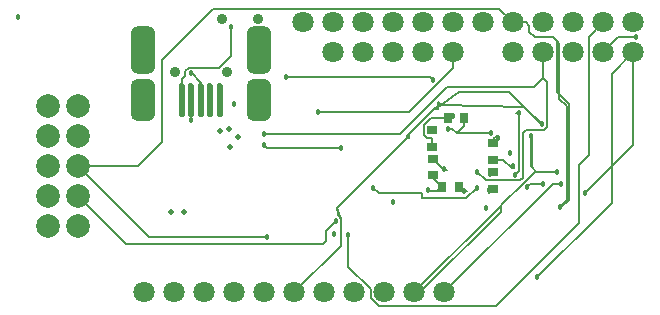
<source format=gbl>
%FSTAX23Y23*%
%MOIN*%
%SFA1B1*%

%IPPOS*%
%AMD38*
4,1,8,-0.009800,0.050200,-0.009800,-0.050200,-0.004900,-0.055100,0.004900,-0.055100,0.009800,-0.050200,0.009800,0.050200,0.004900,0.055100,-0.004900,0.055100,-0.009800,0.050200,0.0*
1,1,0.009840,-0.004900,0.050200*
1,1,0.009840,-0.004900,-0.050200*
1,1,0.009840,0.004900,-0.050200*
1,1,0.009840,0.004900,0.050200*
%
%AMD39*
4,1,8,-0.040400,0.048700,-0.040400,-0.048700,-0.020200,-0.068900,0.020200,-0.068900,0.040400,-0.048700,0.040400,0.048700,0.020200,0.068900,-0.020200,0.068900,-0.040400,0.048700,0.0*
1,1,0.040360,-0.020200,0.048700*
1,1,0.040360,-0.020200,-0.048700*
1,1,0.040360,0.020200,-0.048700*
1,1,0.040360,0.020200,0.048700*
%
%AMD40*
4,1,8,-0.040400,0.058600,-0.040400,-0.058600,-0.020200,-0.078700,0.020200,-0.078700,0.040400,-0.058600,0.040400,0.058600,0.020200,0.078700,-0.020200,0.078700,-0.040400,0.058600,0.0*
1,1,0.040360,-0.020200,0.058600*
1,1,0.040360,-0.020200,-0.058600*
1,1,0.040360,0.020200,-0.058600*
1,1,0.040360,0.020200,0.058600*
%
%AMD41*
4,1,8,-0.040400,0.048700,-0.040400,-0.048700,-0.020200,-0.068900,0.020200,-0.068900,0.040400,-0.048700,0.040400,0.048700,0.020200,0.068900,-0.020200,0.068900,-0.040400,0.048700,0.0*
1,1,0.040360,-0.020200,0.048700*
1,1,0.040360,-0.020200,-0.048700*
1,1,0.040360,0.020200,-0.048700*
1,1,0.040360,0.020200,0.048700*
%
%ADD10R,0.035430X0.027560*%
%ADD11R,0.027560X0.035430*%
%ADD28C,0.008000*%
%ADD30C,0.070870*%
%ADD31C,0.035430*%
%ADD32C,0.078740*%
%ADD33C,0.018000*%
%ADD35C,0.019690*%
%ADD36C,0.035430*%
G04~CAMADD=38~8~0.0~0.0~1102.4~196.9~49.2~0.0~15~0.0~0.0~0.0~0.0~0~0.0~0.0~0.0~0.0~0~0.0~0.0~0.0~90.0~196.0~1102.0*
%ADD38D38*%
G04~CAMADD=39~8~0.0~0.0~1378.0~807.1~201.8~0.0~15~0.0~0.0~0.0~0.0~0~0.0~0.0~0.0~0.0~0~0.0~0.0~0.0~90.0~808.0~1379.0*
%ADD39D39*%
G04~CAMADD=40~8~0.0~0.0~1574.8~807.1~201.8~0.0~15~0.0~0.0~0.0~0.0~0~0.0~0.0~0.0~0.0~0~0.0~0.0~0.0~90.0~808.0~1575.0*
%ADD40D40*%
G04~CAMADD=41~8~0.0~0.0~1378.0~807.1~201.8~0.0~15~0.0~0.0~0.0~0.0~0~0.0~0.0~0.0~0.0~0~0.0~0.0~0.0~90.0~808.0~1379.0*
%ADD41D41*%
%LNcombine8-1*%
%LPD*%
G54D10*
X01606Y00578D03*
Y00523D03*
Y0048D03*
Y00425D03*
X01407Y00525D03*
Y0047D03*
X01405Y00566D03*
Y00622D03*
G54D11*
X01456Y00661D03*
X01511D03*
X01492Y00433D03*
X01437D03*
G54D28*
X01327Y00681D02*
X01475Y00828D01*
X01808Y00443D02*
X01834D01*
X01736Y00497D02*
X0175Y00483D01*
X01748D02*
X0175D01*
X01732Y006D02*
X01736Y00596D01*
Y00497D02*
Y00596D01*
X0175Y00483D02*
X01751Y00482D01*
X01634Y00349D02*
Y00369D01*
X01345Y0008D02*
X01365D01*
X0109Y00337D02*
X01101Y00325D01*
X0109Y00337D02*
Y00342D01*
X02025Y0093D02*
X02084D01*
X01975Y0088D02*
X02025Y0093D01*
X02003Y00808D02*
X02075Y0088D01*
X02003Y00377D02*
Y005D01*
X01971Y00345D02*
X02003Y00377D01*
X01834Y00364D02*
X01859Y00388D01*
Y00709*
X01717Y0098D02*
X01728Y00969D01*
X01675Y0098D02*
X01717D01*
X01728Y00948D02*
Y00969D01*
X0182Y00748D02*
Y00917D01*
X01728Y00948D02*
X01746Y0093D01*
X02075Y00571D02*
Y0088D01*
X00601Y00654D02*
Y00723D01*
X00601Y00654D02*
X00601Y00654D01*
X00694Y00829D02*
X00733Y00868D01*
Y00965D02*
X00735D01*
X01628Y01026D02*
X01675Y0098D01*
X00505Y00856D02*
X00674Y01026D01*
X00505Y00583D02*
Y00856D01*
X00422Y005D02*
X00505Y00583D01*
X00224Y005D02*
X00422D01*
X01708Y00611D02*
X01717Y0062D01*
X01777*
X01788Y00631*
Y00782*
X01775Y00795D02*
X01788Y00782D01*
X01775Y00795D02*
Y0088D01*
X01475Y00828D02*
Y0088D01*
X01025Y00681D02*
X01327D01*
X01397Y00797D02*
X01407Y00787D01*
X0183Y00364D02*
X01853Y00387D01*
Y00701*
X01828Y00726D02*
X01853Y00701D01*
X01732Y00501D02*
Y006D01*
X0171Y00699D02*
X01769Y0064D01*
X00224Y004D02*
X00383Y00241D01*
X01928Y00933D02*
X01975Y0098D01*
X01895Y00313D02*
Y00505D01*
X01616Y00034D02*
X01895Y00313D01*
X00224Y005D02*
X0046Y00264D01*
X00852*
X01087Y00361D02*
X0109Y00342D01*
X0171Y00699D02*
X0171D01*
X01345Y0008D02*
X01634Y00369D01*
X01747Y00482D02*
X01748Y00483D01*
X01732Y00501D02*
X01736Y00497D01*
X0175Y00483*
X01751Y00482*
X01747D02*
X01751D01*
X0182*
X0175Y00483D02*
D01*
X01808*
X00674Y01026D02*
X01628D01*
X01746Y0093D02*
X01807D01*
X0182Y00917*
X01828Y00909*
Y00726D02*
Y0074D01*
Y00909*
X0182Y00748D02*
X01828Y0074D01*
X01859Y00709*
X01914Y00411D02*
X02003Y005D01*
X02075Y00571*
X02003Y005D02*
Y00808D01*
X00917Y00797D02*
X01397D01*
X01554Y00482D02*
X01582Y00454D01*
X01755Y0013D02*
X0197Y00345D01*
X01971*
X01365Y0008D02*
X01634Y00349D01*
X01445Y0008D02*
X01808Y00443D01*
X0173Y0044D02*
X01775D01*
X01712Y00449D02*
X01714D01*
X01747Y00482*
X01582Y00454D02*
X01697D01*
X01706Y00463*
X01706*
X01634Y00369D02*
Y00371D01*
X01712Y00449*
X0172Y0043D02*
X0173Y0044D01*
X01432Y00706D02*
X01495Y00748D01*
X01661*
X0171Y00699*
X01432Y00706D02*
X0171Y00699D01*
X0105Y00285D02*
X01082Y00318D01*
X0105Y0025D02*
Y00285D01*
X01041Y00241D02*
X0105Y0025D01*
X00383Y00241D02*
X01041D01*
X01226Y00034D02*
X01616D01*
X01199Y00061D02*
X01226Y00034D01*
X01199Y00061D02*
Y0009D01*
X01125Y00165D02*
X01199Y0009D01*
X00945Y0008D02*
X01101Y00236D01*
Y00325*
X01125Y00165D02*
Y0027D01*
X01895Y00505D02*
X01928Y00538D01*
Y00933*
X00842Y00608D02*
X01296D01*
X01744Y00765D02*
X01775Y00795D01*
X00845Y0057D02*
X00855Y0056D01*
X011*
X00633Y00723D02*
Y00779D01*
X006Y0081D02*
X00602D01*
X00633Y00779*
X00581Y00802D02*
Y00817D01*
X00592Y00829*
X00694*
X0057Y00791D02*
X00581Y00802D01*
X0057Y00723D02*
Y00791D01*
X01087Y00361D02*
X01101Y00325D01*
X0137Y00395D02*
X01518D01*
X01208Y00429D02*
X01227Y0041D01*
X01423Y00715D02*
X01432Y00706D01*
X01296Y00608D02*
X01407Y00719D01*
Y00719*
X01453Y00765*
X01744*
X01423Y00691D02*
Y00698D01*
Y00715*
X01087Y00361D02*
X01319Y00594D01*
X01423Y00698D02*
X01432Y00706D01*
X01492Y00433D02*
X01507Y00417D01*
X01519D02*
X01519D01*
X01606Y00523D02*
X01641D01*
X01706Y00463D02*
X01708Y00465D01*
X01681Y00473D02*
X01692Y00485D01*
X01708Y00465D02*
Y00611D01*
X01594Y00413D02*
Y00421D01*
X01405Y00566D02*
Y00594D01*
X01387D02*
X01405D01*
X01377Y00604D02*
X01387Y00594D01*
X01319Y00594D02*
Y00601D01*
X01416Y00698D02*
X01423D01*
X01409Y00691D02*
X01423D01*
X01377Y00604D02*
Y00639D01*
X01399Y00661*
X01456*
X01319Y00601D02*
X01326Y00608D01*
X01409Y00691*
X01416Y00698*
X01673Y005D02*
X01677Y00496D01*
X01673Y005D02*
Y00503D01*
X01692Y00485D02*
Y00679D01*
X01682D02*
X01692D01*
X01319Y00594D02*
X01326D01*
Y00608*
X01456Y00661D02*
X01464D01*
X01472Y00669*
X01456Y00625D02*
X0147D01*
X01486Y0061*
X01625Y00594D02*
Y00598D01*
X01606Y00578D02*
Y0059D01*
X01606Y00591*
X01607*
X01619Y00602D02*
X01622D01*
X01625Y00598*
X01495Y0061D02*
X016D01*
X01407Y00525D02*
X0144Y00493D01*
X01445*
X01447*
X01452Y00488*
X01518Y00395D02*
X01552Y00429D01*
X01511Y00417D02*
X01519D01*
X01407Y00462D02*
Y0047D01*
Y00462D02*
X01437Y00433D01*
X01421Y00417D02*
X01437Y00433D01*
X01397Y00417D02*
X01421D01*
X01393Y00421D02*
X01397Y00417D01*
X01227Y0041D02*
X0137D01*
Y00395D02*
Y0041D01*
X01389Y00421D02*
X01393D01*
X01511Y00635D02*
Y00661D01*
X01486Y0061D02*
X0149Y00615D01*
X01511Y00635*
X0149Y00615D02*
X01495Y0061D01*
X01507Y00417D02*
X01519D01*
X01607Y00591D02*
X01619Y00602D01*
X00733Y00868D02*
Y00965D01*
X0171Y00699D02*
X01769Y00639D01*
X01594Y00413D02*
X01606Y00425D01*
X01641Y00523D02*
X01669Y00496D01*
X01677*
G54D30*
X00845Y0008D03*
X00745D03*
X00645D03*
X00545D03*
X00445D03*
X01475Y0098D03*
X01375D03*
X01075D03*
X01275D03*
X00975D03*
X01175D03*
X01575D03*
X01775D03*
X01875D03*
X01975D03*
X02075D03*
X01675D03*
X01475Y0088D03*
X01375D03*
X01275D03*
X01175D03*
X01075D03*
X02075D03*
X01975D03*
X01875D03*
X01775D03*
X01675D03*
X00945Y0008D03*
X01145D03*
X01245D03*
X01345D03*
X01445D03*
X01045D03*
G54D31*
X0072Y00815D03*
X00546D03*
G54D32*
X00124Y007D03*
Y006D03*
Y005D03*
Y004D03*
Y003D03*
X00224Y005D03*
Y004D03*
Y003D03*
Y007D03*
Y006D03*
G54D33*
X01834Y00443D03*
X02084Y0093D03*
X01914Y00411D03*
X0183Y00364D03*
X01077Y00276D03*
X00601Y00654D03*
X00735Y00965D03*
X01681Y00473D03*
X01025Y00681D03*
X00742Y00707D03*
X01407Y00787D03*
X0182Y00482D03*
X01732Y006D03*
X01769Y0064D03*
X01082Y00318D03*
X00852Y00264D03*
X00842Y00608D03*
X00917Y00797D03*
X01554Y00482D03*
X01755Y0013D03*
X01775Y0044D03*
X0172Y0043D03*
X00845Y0057D03*
X011Y0056D03*
X01125Y0027D03*
X01275Y0038D03*
X00025Y00998D03*
X006Y0081D03*
X01208Y00429D03*
X01598Y00476D03*
X01585Y0036D03*
X01594Y00421D03*
X01673Y00503D03*
X01665Y00545D03*
X01692Y00679D03*
X01472Y00669D03*
X01456Y00625D03*
X01625Y00594D03*
X016Y0061D03*
X01445Y00493D03*
X01552Y00429D03*
X01511Y00417D03*
X01389Y00421D03*
G54D35*
X00535Y00349D03*
X00578D03*
X0073Y00565D03*
X00728Y00626D03*
X00757Y00597D03*
X00698Y00617D03*
G54D36*
X00705Y0099D03*
X00824D03*
G54D38*
X00633Y00723D03*
X00696D03*
X00664D03*
X0057D03*
X00601D03*
G54D39*
X00827Y00722D03*
G54D40*
X00827Y00889D03*
X00439D03*
G54D41*
X00439Y00722D03*
M02*
</source>
